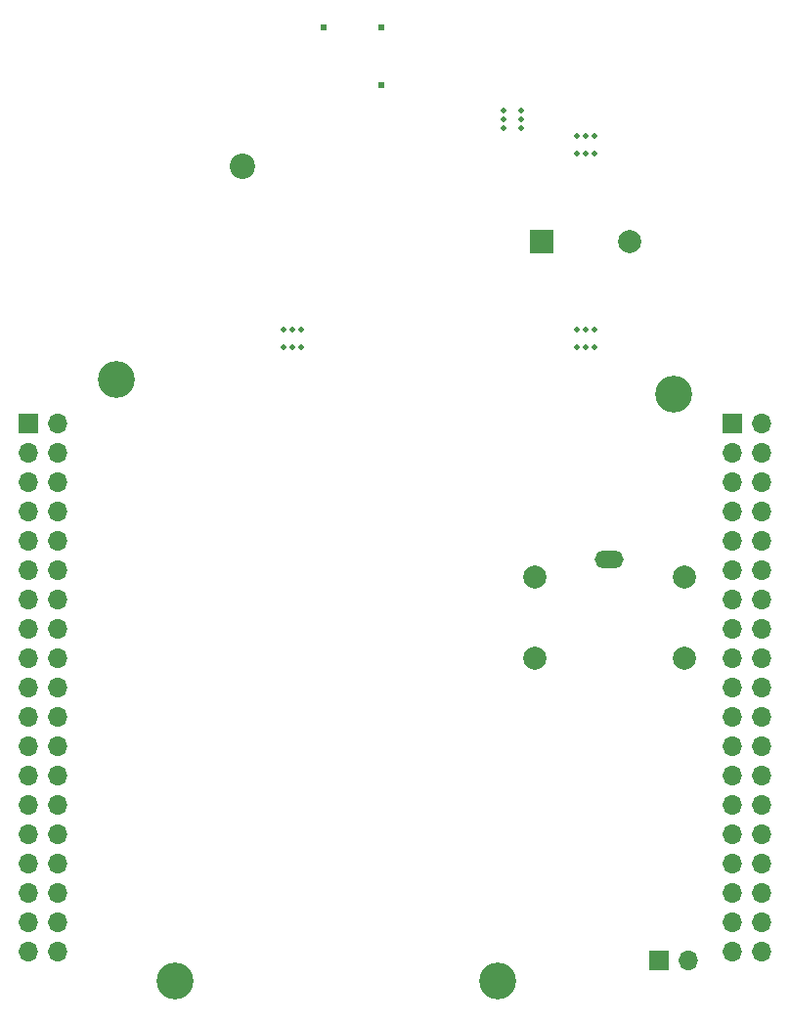
<source format=gbr>
%TF.GenerationSoftware,KiCad,Pcbnew,(6.0.8)*%
%TF.CreationDate,2022-11-07T12:18:00+02:00*%
%TF.ProjectId,inzynierka,696e7a79-6e69-4657-926b-612e6b696361,rev?*%
%TF.SameCoordinates,Original*%
%TF.FileFunction,Soldermask,Bot*%
%TF.FilePolarity,Negative*%
%FSLAX46Y46*%
G04 Gerber Fmt 4.6, Leading zero omitted, Abs format (unit mm)*
G04 Created by KiCad (PCBNEW (6.0.8)) date 2022-11-07 12:18:00*
%MOMM*%
%LPD*%
G01*
G04 APERTURE LIST*
%ADD10C,3.200000*%
%ADD11R,1.700000X1.700000*%
%ADD12O,1.700000X1.700000*%
%ADD13C,0.610000*%
%ADD14C,0.500000*%
%ADD15C,2.200000*%
%ADD16R,2.000000X2.000000*%
%ADD17C,2.000000*%
%ADD18O,2.500000X1.524000*%
G04 APERTURE END LIST*
D10*
%TO.C,H101*%
X114890000Y-134510000D03*
%TD*%
D11*
%TO.C,J104*%
X128860000Y-132732000D03*
D12*
X131400000Y-132732000D03*
%TD*%
D10*
%TO.C,H102*%
X86950000Y-134510000D03*
%TD*%
D13*
%TO.C,U201*%
X104792000Y-51980106D03*
%TD*%
D14*
%TO.C,mouse-bite-2mm-slot*%
X115402333Y-59916106D03*
X115402333Y-59166106D03*
X116902333Y-60666106D03*
X115402333Y-60666106D03*
X116902333Y-59916106D03*
X116902333Y-59166106D03*
%TD*%
D10*
%TO.C,H104*%
X81870000Y-82440000D03*
%TD*%
D13*
%TO.C,U401*%
X104792000Y-56980106D03*
%TD*%
D14*
%TO.C,mouse-bite-2mm-slot*%
X123260000Y-62870000D03*
X121760000Y-61370000D03*
X121760000Y-62870000D03*
X122510000Y-62870000D03*
X122510000Y-61370000D03*
X123260000Y-61370000D03*
%TD*%
D10*
%TO.C,H103*%
X130130000Y-83710000D03*
%TD*%
D14*
%TO.C,mouse-bite-2mm-slot*%
X97860000Y-78134000D03*
X96360000Y-78134000D03*
X97110000Y-78134000D03*
X96360000Y-79634000D03*
X97860000Y-79634000D03*
X97110000Y-79634000D03*
%TD*%
D15*
%TO.C,H105*%
X92792000Y-63980106D03*
%TD*%
D16*
%TO.C,BZ101*%
X118700000Y-70502000D03*
D17*
X126300000Y-70502000D03*
%TD*%
D14*
%TO.C,mouse-bite-2mm-slot*%
X122510000Y-79634000D03*
X121760000Y-78134000D03*
X122510000Y-78134000D03*
X123260000Y-78134000D03*
X123260000Y-79634000D03*
X121760000Y-79634000D03*
%TD*%
D18*
%TO.C,T501*%
X124542000Y-98014000D03*
D17*
X131042000Y-106514000D03*
X131042000Y-99514000D03*
X118042000Y-99514000D03*
X118042000Y-106514000D03*
%TD*%
D13*
%TO.C,U301*%
X99792000Y-51980106D03*
%TD*%
D11*
%TO.C,J102*%
X135210000Y-86250000D03*
D12*
X137750000Y-86250000D03*
X135210000Y-88790000D03*
X137750000Y-88790000D03*
X135210000Y-91330000D03*
X137750000Y-91330000D03*
X135210000Y-93870000D03*
X137750000Y-93870000D03*
X135210000Y-96410000D03*
X137750000Y-96410000D03*
X135210000Y-98950000D03*
X137750000Y-98950000D03*
X135210000Y-101490000D03*
X137750000Y-101490000D03*
X135210000Y-104030000D03*
X137750000Y-104030000D03*
X135210000Y-106570000D03*
X137750000Y-106570000D03*
X135210000Y-109110000D03*
X137750000Y-109110000D03*
X135210000Y-111650000D03*
X137750000Y-111650000D03*
X135210000Y-114190000D03*
X137750000Y-114190000D03*
X135210000Y-116730000D03*
X137750000Y-116730000D03*
X135210000Y-119270000D03*
X137750000Y-119270000D03*
X135210000Y-121810000D03*
X137750000Y-121810000D03*
X135210000Y-124350000D03*
X137750000Y-124350000D03*
X135210000Y-126890000D03*
X137750000Y-126890000D03*
X135210000Y-129430000D03*
X137750000Y-129430000D03*
X135210000Y-131970000D03*
X137750000Y-131970000D03*
%TD*%
D11*
%TO.C,J101*%
X74250000Y-86250000D03*
D12*
X76790000Y-86250000D03*
X74250000Y-88790000D03*
X76790000Y-88790000D03*
X74250000Y-91330000D03*
X76790000Y-91330000D03*
X74250000Y-93870000D03*
X76790000Y-93870000D03*
X74250000Y-96410000D03*
X76790000Y-96410000D03*
X74250000Y-98950000D03*
X76790000Y-98950000D03*
X74250000Y-101490000D03*
X76790000Y-101490000D03*
X74250000Y-104030000D03*
X76790000Y-104030000D03*
X74250000Y-106570000D03*
X76790000Y-106570000D03*
X74250000Y-109110000D03*
X76790000Y-109110000D03*
X74250000Y-111650000D03*
X76790000Y-111650000D03*
X74250000Y-114190000D03*
X76790000Y-114190000D03*
X74250000Y-116730000D03*
X76790000Y-116730000D03*
X74250000Y-119270000D03*
X76790000Y-119270000D03*
X74250000Y-121810000D03*
X76790000Y-121810000D03*
X74250000Y-124350000D03*
X76790000Y-124350000D03*
X74250000Y-126890000D03*
X76790000Y-126890000D03*
X74250000Y-129430000D03*
X76790000Y-129430000D03*
X74250000Y-131970000D03*
X76790000Y-131970000D03*
%TD*%
M02*

</source>
